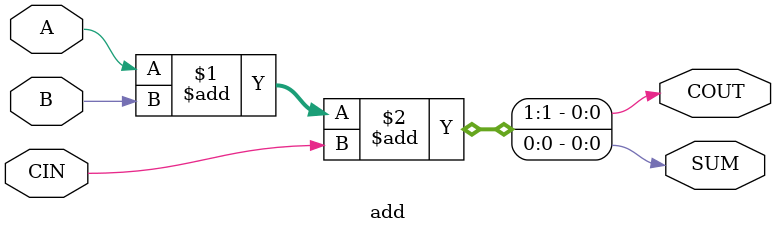
<source format=v>
`timescale 1ns/1ps

module add(A, B, CIN, COUT, SUM);

	input A, B, CIN;
	output COUT, SUM;

	assign {COUT, SUM} = A + B + CIN;
	
endmodule
</source>
